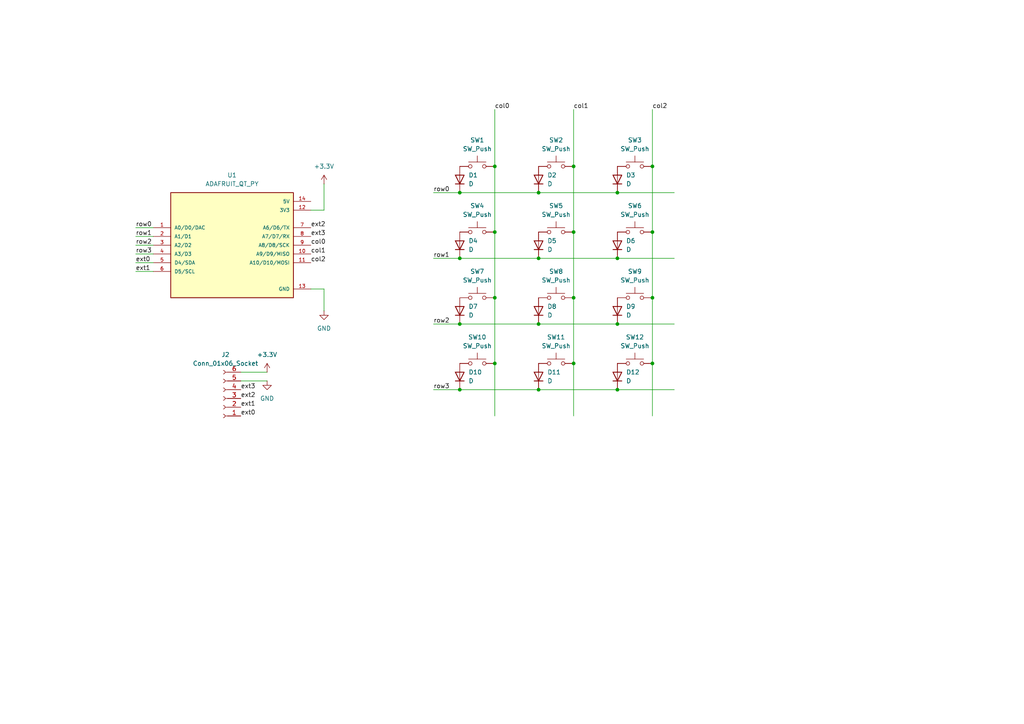
<source format=kicad_sch>
(kicad_sch (version 20231120) (generator "eeschema") (generator_version "8.0")
  (paper "A4")
  (lib_symbols
    (symbol "Connector:Conn_01x06_Socket" (pin_names (offset 1.016) hide)
      (property "Reference" "J" (at 0 7.62 0))
      (property "Value" "Conn_01x06_Socket" (at 0 -10.16 0))
      (symbol "Conn_01x06_Socket_1_1"
        (arc (start 0 -7.112) (mid -0.5058 -7.62) (end 0 -8.128) (stroke (width 0.1524)))
        (arc (start 0 -4.572) (mid -0.5058 -5.08) (end 0 -5.588) (stroke (width 0.1524)))
        (arc (start 0 -2.032) (mid -0.5058 -2.54) (end 0 -3.048) (stroke (width 0.1524)))
        (polyline (pts (xy -1.27 -7.62) (xy -0.508 -7.62)) (stroke (width 0.1524)))
        (polyline (pts (xy -1.27 -5.08) (xy -0.508 -5.08)) (stroke (width 0.1524)))
        (polyline (pts (xy -1.27 -2.54) (xy -0.508 -2.54)) (stroke (width 0.1524)))
        (polyline (pts (xy -1.27 0) (xy -0.508 0)) (stroke (width 0.1524)))
        (polyline (pts (xy -1.27 2.54) (xy -0.508 2.54)) (stroke (width 0.1524)))
        (polyline (pts (xy -1.27 5.08) (xy -0.508 5.08)) (stroke (width 0.1524)))
        (arc (start 0 0.508) (mid -0.5058 0) (end 0 -0.508) (stroke (width 0.1524)))
        (arc (start 0 3.048) (mid -0.5058 2.54) (end 0 2.032) (stroke (width 0.1524)))
        (arc (start 0 5.588) (mid -0.5058 5.08) (end 0 4.572) (stroke (width 0.1524)))
        (pin passive line (at -5.08 5.08 0) (length 3.81) (name "Pin_1") (number "1"))
        (pin passive line (at -5.08 2.54 0) (length 3.81) (name "Pin_2") (number "2"))
        (pin passive line (at -5.08 0 0) (length 3.81) (name "Pin_3") (number "3"))
        (pin passive line (at -5.08 -2.54 0) (length 3.81) (name "Pin_4") (number "4"))
        (pin passive line (at -5.08 -5.08 0) (length 3.81) (name "Pin_5") (number "5"))
        (pin passive line (at -5.08 -7.62 0) (length 3.81) (name "Pin_6") (number "6"))
      )
    )
    (symbol "Device:D" (pin_numbers hide) (pin_names (offset 1.016) hide)
      (property "Reference" "D" (at 0 2.54 0))
      (property "Value" "D" (at 0 -2.54 0))
      (symbol "D_0_1"
        (polyline (pts (xy -1.27 1.27) (xy -1.27 -1.27)) (stroke (width 0.254)))
        (polyline (pts (xy 1.27 0) (xy -1.27 0)))
        (polyline (pts (xy 1.27 1.27) (xy 1.27 -1.27) (xy -1.27 0) (xy 1.27 1.27)) (stroke (width 0.254)))
      )
      (symbol "D_1_1"
        (pin passive line (at -3.81 0 0) (length 2.54) (name "K") (number "1"))
        (pin passive line (at 3.81 0 180) (length 2.54) (name "A") (number "2"))
      )
    )
    (symbol "Switch:SW_Push" (pin_numbers hide) (pin_names (offset 1.016) hide)
      (property "Reference" "SW" (at 1.27 2.54 0))
      (property "Value" "SW_Push" (at 0 -1.524 0))
      (symbol "SW_Push_0_1"
        (circle (center -2.032 0) (radius 0.508))
        (polyline (pts (xy 0 1.27) (xy 0 3.048)))
        (polyline (pts (xy 2.54 1.27) (xy -2.54 1.27)))
        (circle (center 2.032 0) (radius 0.508))
        (pin passive line (at -5.08 0 0) (length 2.54) (name "1") (number "1"))
        (pin passive line (at 5.08 0 180) (length 2.54) (name "2") (number "2"))
      )
    )
    (symbol "power:+3.3V" (power) (pin_numbers hide) (pin_names (offset 0) hide)
      (property "Value" "+3.3V" (at 0 3.556 0))
      (symbol "+3.3V_0_1"
        (polyline (pts (xy -0.762 1.27) (xy 0 2.54)))
        (polyline (pts (xy 0 0) (xy 0 2.54)))
        (polyline (pts (xy 0 2.54) (xy 0.762 1.27)))
      )
      (symbol "+3.3V_1_1"
        (pin power_in line (at 0 0 90) (length 0) (name "~") (number "1"))
      )
    )
    (symbol "power:GND" (power) (pin_numbers hide) (pin_names (offset 0) hide)
      (property "Value" "GND" (at 0 -3.81 0))
      (symbol "GND_0_1"
        (polyline (pts (xy 0 0) (xy 0 -1.27) (xy 1.27 -1.27) (xy 0 -2.54) (xy -1.27 -1.27) (xy 0 -1.27)))
      )
      (symbol "GND_1_1"
        (pin power_in line (at 0 0 270) (length 0) (name "~") (number "1"))
      )
    )
    (symbol "qtpy:ADAFRUIT_QT_PY" (pin_names (offset 1.016))
      (property "Reference" "U" (at -17.78 16.002 0))
      (property "Value" "ADAFRUIT_QT_PY" (at -17.78 -17.78 0))
      (symbol "ADAFRUIT_QT_PY_0_0"
        (rectangle (start -17.78 -15.24) (end 17.78 15.24) (stroke (width 0.254)) (fill (type background)))
        (pin bidirectional line (at -22.86 5.08 0) (length 5.08) (name "A0/D0/DAC") (number "1"))
        (pin bidirectional line (at 22.86 -2.54 180) (length 5.08) (name "A9/D9/MISO") (number "10"))
        (pin bidirectional line (at 22.86 -5.08 180) (length 5.08) (name "A10/D10/MOSI") (number "11"))
        (pin power_in line (at 22.86 10.16 180) (length 5.08) (name "3V3") (number "12"))
        (pin power_in line (at 22.86 -12.7 180) (length 5.08) (name "GND") (number "13"))
        (pin power_in line (at 22.86 12.7 180) (length 5.08) (name "5V") (number "14"))
        (pin bidirectional line (at -22.86 2.54 0) (length 5.08) (name "A1/D1") (number "2"))
        (pin bidirectional line (at -22.86 0 0) (length 5.08) (name "A2/D2") (number "3"))
        (pin bidirectional line (at -22.86 -2.54 0) (length 5.08) (name "A3/D3") (number "4"))
        (pin bidirectional line (at -22.86 -5.08 0) (length 5.08) (name "D4/SDA") (number "5"))
        (pin bidirectional line (at -22.86 -7.62 0) (length 5.08) (name "D5/SCL") (number "6"))
        (pin bidirectional line (at 22.86 5.08 180) (length 5.08) (name "A6/D6/TX") (number "7"))
        (pin bidirectional line (at 22.86 2.54 180) (length 5.08) (name "A7/D7/RX") (number "8"))
        (pin bidirectional line (at 22.86 0 180) (length 5.08) (name "A8/D8/SCK") (number "9"))
      )
    )
  )
  (junction (at 133.35 74.93))
  (junction (at 133.35 113.03))
  (junction (at 189.23 86.36))
  (junction (at 156.21 93.98))
  (junction (at 156.21 55.88))
  (junction (at 166.37 86.36))
  (junction (at 166.37 48.26))
  (junction (at 189.23 67.31))
  (junction (at 189.23 48.26))
  (junction (at 156.21 113.03))
  (junction (at 179.07 55.88))
  (junction (at 179.07 113.03))
  (junction (at 166.37 67.31))
  (junction (at 166.37 105.41))
  (junction (at 179.07 74.93))
  (junction (at 143.51 48.26))
  (junction (at 179.07 93.98))
  (junction (at 133.35 55.88))
  (junction (at 133.35 93.98))
  (junction (at 189.23 105.41))
  (junction (at 156.21 74.93))
  (junction (at 143.51 67.31))
  (junction (at 143.51 105.41))
  (junction (at 143.51 86.36))
  (wire (pts (xy 179.07 55.88) (xy 195.58 55.88)))
  (wire (pts (xy 189.23 105.41) (xy 189.23 120.65)))
  (wire (pts (xy 90.17 60.96) (xy 93.98 60.96)))
  (wire (pts (xy 143.51 48.26) (xy 143.51 67.31)))
  (wire (pts (xy 156.21 113.03) (xy 179.07 113.03)))
  (wire (pts (xy 133.35 74.93) (xy 156.21 74.93)))
  (wire (pts (xy 166.37 86.36) (xy 166.37 105.41)))
  (wire (pts (xy 143.51 86.36) (xy 143.51 105.41)))
  (wire (pts (xy 39.37 73.66) (xy 44.45 73.66)))
  (wire (pts (xy 166.37 105.41) (xy 166.37 120.65)))
  (wire (pts (xy 189.23 86.36) (xy 189.23 105.41)))
  (wire (pts (xy 189.23 48.26) (xy 189.23 67.31)))
  (wire (pts (xy 93.98 60.96) (xy 93.98 53.34)))
  (wire (pts (xy 125.73 93.98) (xy 133.35 93.98)))
  (wire (pts (xy 69.85 110.49) (xy 77.47 110.49)))
  (wire (pts (xy 189.23 31.75) (xy 189.23 48.26)))
  (wire (pts (xy 133.35 55.88) (xy 156.21 55.88)))
  (wire (pts (xy 39.37 71.12) (xy 44.45 71.12)))
  (wire (pts (xy 143.51 67.31) (xy 143.51 86.36)))
  (wire (pts (xy 143.51 31.75) (xy 143.51 48.26)))
  (wire (pts (xy 156.21 55.88) (xy 179.07 55.88)))
  (wire (pts (xy 156.21 93.98) (xy 179.07 93.98)))
  (wire (pts (xy 90.17 83.82) (xy 93.98 83.82)))
  (wire (pts (xy 39.37 66.04) (xy 44.45 66.04)))
  (wire (pts (xy 125.73 113.03) (xy 133.35 113.03)))
  (wire (pts (xy 166.37 67.31) (xy 166.37 86.36)))
  (wire (pts (xy 179.07 113.03) (xy 195.58 113.03)))
  (wire (pts (xy 39.37 76.2) (xy 44.45 76.2)))
  (wire (pts (xy 156.21 74.93) (xy 179.07 74.93)))
  (wire (pts (xy 166.37 48.26) (xy 166.37 67.31)))
  (wire (pts (xy 69.85 107.95) (xy 77.47 107.95)))
  (wire (pts (xy 125.73 74.93) (xy 133.35 74.93)))
  (wire (pts (xy 39.37 78.74) (xy 44.45 78.74)))
  (wire (pts (xy 133.35 113.03) (xy 156.21 113.03)))
  (wire (pts (xy 179.07 74.93) (xy 195.58 74.93)))
  (wire (pts (xy 125.73 55.88) (xy 133.35 55.88)))
  (wire (pts (xy 166.37 31.75) (xy 166.37 48.26)))
  (wire (pts (xy 179.07 93.98) (xy 195.58 93.98)))
  (wire (pts (xy 189.23 67.31) (xy 189.23 86.36)))
  (wire (pts (xy 143.51 105.41) (xy 143.51 120.65)))
  (wire (pts (xy 93.98 83.82) (xy 93.98 90.17)))
  (wire (pts (xy 39.37 68.58) (xy 44.45 68.58)))
  (wire (pts (xy 133.35 93.98) (xy 156.21 93.98)))
  (label "row2" (at 39.37 71.12 0))
  (label "ext3" (at 90.17 68.58 0))
  (label "col2" (at 189.23 31.75 0))
  (label "row0" (at 39.37 66.04 0))
  (label "ext0" (at 69.85 120.65 0))
  (label "ext0" (at 39.37 76.2 0))
  (label "row3" (at 125.73 113.03 0))
  (label "row2" (at 125.73 93.98 0))
  (label "col1" (at 90.17 73.66 0))
  (label "ext1" (at 69.85 118.11 0))
  (label "row1" (at 125.73 74.93 0))
  (label "col2" (at 90.17 76.2 0))
  (label "col1" (at 166.37 31.75 0))
  (label "col0" (at 90.17 71.12 0))
  (label "ext1" (at 39.37 78.74 0))
  (label "ext2" (at 90.17 66.04 0))
  (label "row0" (at 125.73 55.88 0))
  (label "col0" (at 143.51 31.75 0))
  (label "ext2" (at 69.85 115.57 0))
  (label "ext3" (at 69.85 113.03 0))
  (label "row1" (at 39.37 68.58 0))
  (label "row3" (at 39.37 73.66 0))
  (symbol (lib_id "Device:D") (at 179.07 109.22 90) (unit 1)
    (property "Reference" "D12" (at 181.61 107.9499 90) (effects (justify right)))
    (property "Value" "D" (at 181.61 110.4899 90) (effects (justify right)))
    (property "Description" "Diode" (effects (hide yes)))
    (property "Sim.Device" "D" (effects (hide yes)))
    (property "Sim.Pins" "1=K 2=A" (effects (hide yes)))
  )
  (symbol (lib_id "Switch:SW_Push") (at 161.29 67.31 0) (unit 1)
    (property "Reference" "SW5" (at 161.29 59.69 0))
    (property "Value" "SW_Push" (at 161.29 62.23 0))
    (property "Description" "Push button switch, generic, two pins" (effects (hide yes)))
  )
  (symbol (lib_id "Switch:SW_Push") (at 138.43 105.41 0) (unit 1)
    (property "Reference" "SW10" (at 138.43 97.79 0))
    (property "Value" "SW_Push" (at 138.43 100.33 0))
    (property "Description" "Push button switch, generic, two pins" (effects (hide yes)))
  )
  (symbol (lib_id "power:GND") (at 77.47 110.49 0) (unit 1)
    (property "Reference" "#PWR03" (effects (hide yes)))
    (property "Value" "GND" (at 77.47 115.57 0))
    (property "Description" "Power symbol creates a global label with name \"GND\" , ground" (effects (hide yes)))
  )
  (symbol (lib_id "power:+3.3V") (at 77.47 107.95 0) (unit 1)
    (property "Reference" "#PWR04" (effects (hide yes)))
    (property "Value" "+3.3V" (at 77.47 102.87 0))
    (property "Description" "Power symbol creates a global label with name \"+3.3V\"" (effects (hide yes)))
  )
  (symbol (lib_id "Device:D") (at 179.07 71.12 90) (unit 1)
    (property "Reference" "D6" (at 181.61 69.8499 90) (effects (justify right)))
    (property "Value" "D" (at 181.61 72.3899 90) (effects (justify right)))
    (property "Description" "Diode" (effects (hide yes)))
    (property "Sim.Device" "D" (effects (hide yes)))
    (property "Sim.Pins" "1=K 2=A" (effects (hide yes)))
  )
  (symbol (lib_id "Switch:SW_Push") (at 184.15 48.26 0) (unit 1)
    (property "Reference" "SW3" (at 184.15 40.64 0))
    (property "Value" "SW_Push" (at 184.15 43.18 0))
    (property "Description" "Push button switch, generic, two pins" (effects (hide yes)))
  )
  (symbol (lib_id "Switch:SW_Push") (at 138.43 48.26 0) (unit 1)
    (property "Reference" "SW1" (at 138.43 40.64 0))
    (property "Value" "SW_Push" (at 138.43 43.18 0))
    (property "Description" "Push button switch, generic, two pins" (effects (hide yes)))
  )
  (symbol (lib_id "Switch:SW_Push") (at 184.15 105.41 0) (unit 1)
    (property "Reference" "SW12" (at 184.15 97.79 0))
    (property "Value" "SW_Push" (at 184.15 100.33 0))
    (property "Description" "Push button switch, generic, two pins" (effects (hide yes)))
  )
  (symbol (lib_id "Switch:SW_Push") (at 138.43 67.31 0) (unit 1)
    (property "Reference" "SW4" (at 138.43 59.69 0))
    (property "Value" "SW_Push" (at 138.43 62.23 0))
    (property "Description" "Push button switch, generic, two pins" (effects (hide yes)))
  )
  (symbol (lib_id "qtpy:ADAFRUIT_QT_PY") (at 67.31 71.12 0) (unit 1)
    (property "Reference" "U1" (at 67.31 50.8 0))
    (property "Value" "ADAFRUIT_QT_PY" (at 67.31 53.34 0))
    (property "Footprint" "ADAFRUIT_QT_PY:MODULE_ADAFRUIT_QT_PY" (effects (hide yes)))
    (property "MF" "Adafruit Industries" (effects (hide yes)))
    (property "MAXIMUM_PACKAGE_HEIGHT" "6.28 mm" (effects (hide yes)))
    (property "Package" "None" (effects (hide yes)))
    (property "Price" "None" (effects (hide yes)))
    (property "Check_prices" "https://www.snapeda.com/parts/Adafruit%20QT%20Py/Adafruit+Industries/view-part/?ref=eda" (effects (hide yes)))
    (property "STANDARD" "IPC-7351B" (effects (hide yes)))
    (property "PARTREV" "2022-12-12" (effects (hide yes)))
    (property "SnapEDA_Link" "https://www.snapeda.com/parts/Adafruit%20QT%20Py/Adafruit+Industries/view-part/?ref=snap" (effects (hide yes)))
    (property "MP" "Adafruit QT Py" (effects (hide yes)))
    (property "Description_1" "\nCastellated Pads - SAMD21 Dev Board with STEMMA QT\n" (effects (hide yes)))
    (property "MANUFACTURER" "Adafruit Industries" (effects (hide yes)))
    (property "Availability" "Not in stock" (effects (hide yes)))
    (property "SNAPEDA_PN" "Adafruit QT Py" (effects (hide yes)))
  )
  (symbol (lib_id "Device:D") (at 133.35 109.22 90) (unit 1)
    (property "Reference" "D10" (at 135.89 107.9499 90) (effects (justify right)))
    (property "Value" "D" (at 135.89 110.4899 90) (effects (justify right)))
    (property "Description" "Diode" (effects (hide yes)))
    (property "Sim.Device" "D" (effects (hide yes)))
    (property "Sim.Pins" "1=K 2=A" (effects (hide yes)))
  )
  (symbol (lib_id "Switch:SW_Push") (at 161.29 86.36 0) (unit 1)
    (property "Reference" "SW8" (at 161.29 78.74 0))
    (property "Value" "SW_Push" (at 161.29 81.28 0))
    (property "Description" "Push button switch, generic, two pins" (effects (hide yes)))
  )
  (symbol (lib_id "Connector:Conn_01x06_Socket") (at 64.77 115.57 180) (unit 1)
    (property "Reference" "J2" (at 65.405 102.87 0))
    (property "Value" "Conn_01x06_Socket" (at 65.405 105.41 0))
    (property "Description" "Generic connector, single row, 01x06, script generated" (effects (hide yes)))
  )
  (symbol (lib_id "power:GND") (at 93.98 90.17 0) (unit 1)
    (property "Reference" "#PWR02" (effects (hide yes)))
    (property "Value" "GND" (at 93.98 95.25 0))
    (property "Description" "Power symbol creates a global label with name \"GND\" , ground" (effects (hide yes)))
  )
  (symbol (lib_id "Device:D") (at 133.35 71.12 90) (unit 1)
    (property "Reference" "D4" (at 135.89 69.8499 90) (effects (justify right)))
    (property "Value" "D" (at 135.89 72.3899 90) (effects (justify right)))
    (property "Description" "Diode" (effects (hide yes)))
    (property "Sim.Device" "D" (effects (hide yes)))
    (property "Sim.Pins" "1=K 2=A" (effects (hide yes)))
  )
  (symbol (lib_id "Switch:SW_Push") (at 184.15 86.36 0) (unit 1)
    (property "Reference" "SW9" (at 184.15 78.74 0))
    (property "Value" "SW_Push" (at 184.15 81.28 0))
    (property "Description" "Push button switch, generic, two pins" (effects (hide yes)))
  )
  (symbol (lib_id "Switch:SW_Push") (at 184.15 67.31 0) (unit 1)
    (property "Reference" "SW6" (at 184.15 59.69 0))
    (property "Value" "SW_Push" (at 184.15 62.23 0))
    (property "Description" "Push button switch, generic, two pins" (effects (hide yes)))
  )
  (symbol (lib_id "Device:D") (at 156.21 52.07 90) (unit 1)
    (property "Reference" "D2" (at 158.75 50.7999 90) (effects (justify right)))
    (property "Value" "D" (at 158.75 53.3399 90) (effects (justify right)))
    (property "Description" "Diode" (effects (hide yes)))
    (property "Sim.Device" "D" (effects (hide yes)))
    (property "Sim.Pins" "1=K 2=A" (effects (hide yes)))
  )
  (symbol (lib_id "Device:D") (at 179.07 52.07 90) (unit 1)
    (property "Reference" "D3" (at 181.61 50.7999 90) (effects (justify right)))
    (property "Value" "D" (at 181.61 53.3399 90) (effects (justify right)))
    (property "Description" "Diode" (effects (hide yes)))
    (property "Sim.Device" "D" (effects (hide yes)))
    (property "Sim.Pins" "1=K 2=A" (effects (hide yes)))
  )
  (symbol (lib_id "Switch:SW_Push") (at 138.43 86.36 0) (unit 1)
    (property "Reference" "SW7" (at 138.43 78.74 0))
    (property "Value" "SW_Push" (at 138.43 81.28 0))
    (property "Description" "Push button switch, generic, two pins" (effects (hide yes)))
  )
  (symbol (lib_id "power:+3.3V") (at 93.98 53.34 0) (unit 1)
    (property "Reference" "#PWR01" (effects (hide yes)))
    (property "Value" "+3.3V" (at 93.98 48.26 0))
    (property "Description" "Power symbol creates a global label with name \"+3.3V\"" (effects (hide yes)))
  )
  (symbol (lib_id "Device:D") (at 133.35 90.17 90) (unit 1)
    (property "Reference" "D7" (at 135.89 88.8999 90) (effects (justify right)))
    (property "Value" "D" (at 135.89 91.4399 90) (effects (justify right)))
    (property "Description" "Diode" (effects (hide yes)))
    (property "Sim.Device" "D" (effects (hide yes)))
    (property "Sim.Pins" "1=K 2=A" (effects (hide yes)))
  )
  (symbol (lib_id "Device:D") (at 156.21 90.17 90) (unit 1)
    (property "Reference" "D8" (at 158.75 88.8999 90) (effects (justify right)))
    (property "Value" "D" (at 158.75 91.4399 90) (effects (justify right)))
    (property "Description" "Diode" (effects (hide yes)))
    (property "Sim.Device" "D" (effects (hide yes)))
    (property "Sim.Pins" "1=K 2=A" (effects (hide yes)))
  )
  (symbol (lib_id "Device:D") (at 156.21 109.22 90) (unit 1)
    (property "Reference" "D11" (at 158.75 107.9499 90) (effects (justify right)))
    (property "Value" "D" (at 158.75 110.4899 90) (effects (justify right)))
    (property "Description" "Diode" (effects (hide yes)))
    (property "Sim.Device" "D" (effects (hide yes)))
    (property "Sim.Pins" "1=K 2=A" (effects (hide yes)))
  )
  (symbol (lib_id "Device:D") (at 179.07 90.17 90) (unit 1)
    (property "Reference" "D9" (at 181.61 88.8999 90) (effects (justify right)))
    (property "Value" "D" (at 181.61 91.4399 90) (effects (justify right)))
    (property "Description" "Diode" (effects (hide yes)))
    (property "Sim.Device" "D" (effects (hide yes)))
    (property "Sim.Pins" "1=K 2=A" (effects (hide yes)))
  )
  (symbol (lib_id "Device:D") (at 156.21 71.12 90) (unit 1)
    (property "Reference" "D5" (at 158.75 69.8499 90) (effects (justify right)))
    (property "Value" "D" (at 158.75 72.3899 90) (effects (justify right)))
    (property "Description" "Diode" (effects (hide yes)))
    (property "Sim.Device" "D" (effects (hide yes)))
    (property "Sim.Pins" "1=K 2=A" (effects (hide yes)))
  )
  (symbol (lib_id "Switch:SW_Push") (at 161.29 105.41 0) (unit 1)
    (property "Reference" "SW11" (at 161.29 97.79 0))
    (property "Value" "SW_Push" (at 161.29 100.33 0))
    (property "Description" "Push button switch, generic, two pins" (effects (hide yes)))
  )
  (symbol (lib_id "Switch:SW_Push") (at 161.29 48.26 0) (unit 1)
    (property "Reference" "SW2" (at 161.29 40.64 0))
    (property "Value" "SW_Push" (at 161.29 43.18 0))
    (property "Description" "Push button switch, generic, two pins" (effects (hide yes)))
  )
  (symbol (lib_id "Device:D") (at 133.35 52.07 90) (unit 1)
    (property "Reference" "D1" (at 135.89 50.7999 90) (effects (justify right)))
    (property "Value" "D" (at 135.89 53.3399 90) (effects (justify right)))
    (property "Description" "Diode" (effects (hide yes)))
    (property "Sim.Device" "D" (effects (hide yes)))
    (property "Sim.Pins" "1=K 2=A" (effects (hide yes)))
  )
)
</source>
